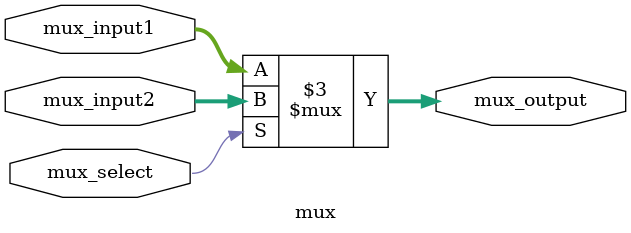
<source format=v>
module mux(input [31:0] mux_input1,
           input [31:0] mux_input2,
           input mux_select,
           output reg [31:0] mux_output);

  always @(*) begin
    mux_output = !mux_select ? mux_input1 : mux_input2;
  end

endmodule

</source>
